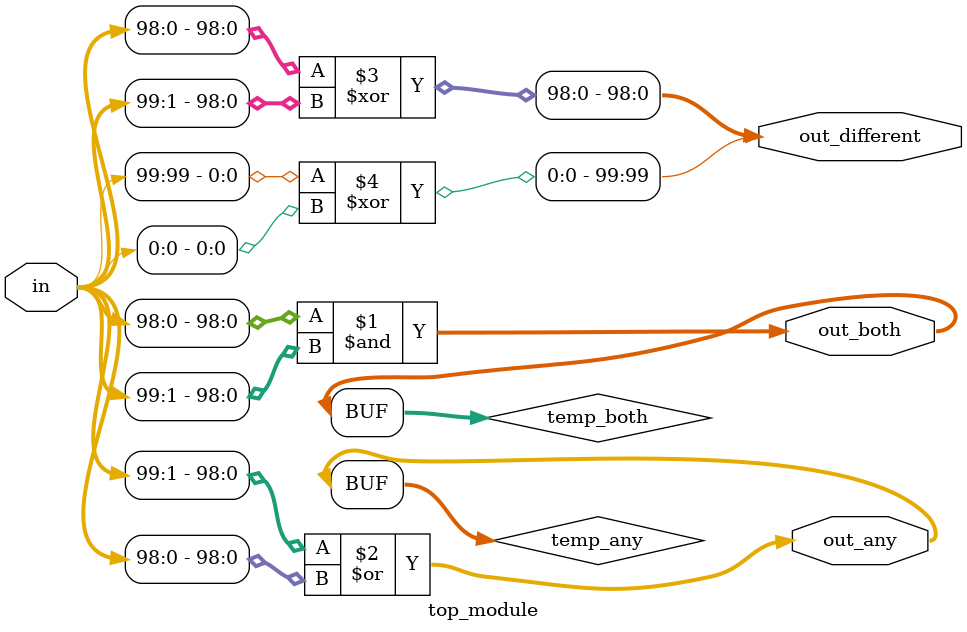
<source format=sv>
module top_module (
	input [99:0] in,
	output [98:0] out_both,
	output [99:1] out_any,
	output [99:0] out_different
);

	// Define intermediate wires
	wire [98:0] temp_both;
	wire [99:1] temp_any;
	
	// Check if both bits are '1'
	assign temp_both = in[98:0] & in[99:1];
	
	// Check if any bit is '1'
	assign temp_any = in[99:1] | in[98:0];
	
	// Check if bits are different
	assign out_different[98:0] = in[98:0] ^ {in[99], in[98:1]};
	assign out_different[99] = in[99] ^ in[0];
	
	// Assign outputs
	assign out_both = temp_both;
	assign out_any = temp_any;
	
endmodule

</source>
